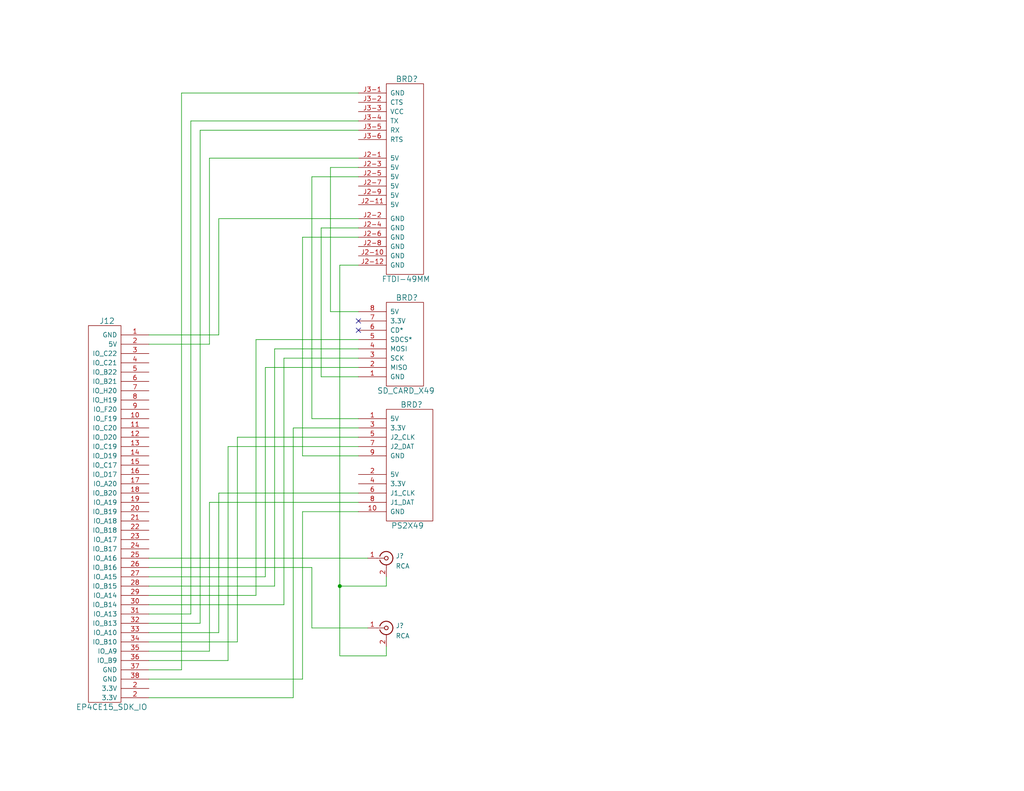
<source format=kicad_sch>
(kicad_sch (version 20211123) (generator eeschema)
  (paper "A")
  (title_block (title "TG68 in a Box") (date "2022-08-26"))
  (lib_symbols
    (symbol "Connector:Conn_Coaxial" (pin_names (offset 1.016) hide)
      (property "Reference" "J" (at 0.254 3.048 0))
      (property "Value" "Conn_Coaxial" (at 2.921 0 90))
      (symbol "Conn_Coaxial_0_1"
        (arc (start -1.778 -0.508) (mid 0.222 -1.808) (end 1.778 0) (stroke (width 0.254)))
        (polyline (pts (xy -2.54 0) (xy -0.508 0)))
        (polyline (pts (xy 0 -2.54) (xy 0 -1.778)))
        (circle (center 0 0) (radius 0.508) (stroke (width 0.2032)))
        (arc (start 1.778 0) (mid 0.2221 1.8083) (end -1.778 0.508) (stroke (width 0.254)))
      )
      (symbol "Conn_Coaxial_1_1"
        (pin passive line (at -5.08 0 0) (length 2.54) (name "In") (number "1"))
        (pin passive line (at 0 -5.08 90) (length 2.54) (name "Ext") (number "2"))
      )
    )
    (symbol "LandBoards_Cards:EP4CE15_SDK_IO" (pin_names (offset 1.016))
      (property "Reference" "BRD" (at 0 53.34 0))
      (property "Value" "EP4CE15_SDK_IO" (at 0 -52.07 0))
      (symbol "EP4CE15_SDK_IO_0_0"
        (rectangle (start -3.81 52.07) (end 5.08 -50.8))
      )
      (symbol "EP4CE15_SDK_IO_1_1"
        (pin power_in line (at -11.43 49.53 0) (length 7.62) (name "GND") (number "1"))
        (pin bidirectional line (at -11.43 26.67 0) (length 7.62) (name "IO_F19") (number "10"))
        (pin bidirectional line (at -11.43 24.13 0) (length 7.62) (name "IO_C20") (number "11"))
        (pin bidirectional line (at -11.43 21.59 0) (length 7.62) (name "IO_D20") (number "12"))
        (pin bidirectional line (at -11.43 19.05 0) (length 7.62) (name "IO_C19") (number "13"))
        (pin bidirectional line (at -11.43 16.51 0) (length 7.62) (name "IO_D19") (number "14"))
        (pin bidirectional line (at -11.43 13.97 0) (length 7.62) (name "IO_C17") (number "15"))
        (pin bidirectional line (at -11.43 11.43 0) (length 7.62) (name "IO_D17") (number "16"))
        (pin bidirectional line (at -11.43 8.89 0) (length 7.62) (name "IO_A20") (number "17"))
        (pin bidirectional line (at -11.43 6.35 0) (length 7.62) (name "IO_B20") (number "18"))
        (pin bidirectional line (at -11.43 3.81 0) (length 7.62) (name "IO_A19") (number "19"))
        (pin power_in line (at -11.43 -49.53 0) (length 7.62) (name "3.3V") (number "2"))
        (pin power_in line (at -11.43 -46.99 0) (length 7.62) (name "3.3V") (number "2"))
        (pin power_in line (at -11.43 46.99 0) (length 7.62) (name "5V") (number "2"))
        (pin bidirectional line (at -11.43 1.27 0) (length 7.62) (name "IO_B19") (number "20"))
        (pin bidirectional line (at -11.43 -1.27 0) (length 7.62) (name "IO_A18") (number "21"))
        (pin bidirectional line (at -11.43 -3.81 0) (length 7.62) (name "IO_B18") (number "22"))
        (pin bidirectional line (at -11.43 -6.35 0) (length 7.62) (name "IO_A17") (number "23"))
        (pin bidirectional line (at -11.43 -8.89 0) (length 7.62) (name "IO_B17") (number "24"))
        (pin bidirectional line (at -11.43 -11.43 0) (length 7.62) (name "IO_A16") (number "25"))
        (pin bidirectional line (at -11.43 -13.97 0) (length 7.62) (name "IO_B16") (number "26"))
        (pin bidirectional line (at -11.43 -16.51 0) (length 7.62) (name "IO_A15") (number "27"))
        (pin bidirectional line (at -11.43 -19.05 0) (length 7.62) (name "IO_B15") (number "28"))
        (pin bidirectional line (at -11.43 -21.59 0) (length 7.62) (name "IO_A14") (number "29"))
        (pin bidirectional line (at -11.43 44.45 0) (length 7.62) (name "IO_C22") (number "3"))
        (pin bidirectional line (at -11.43 -24.13 0) (length 7.62) (name "IO_B14") (number "30"))
        (pin bidirectional line (at -11.43 -26.67 0) (length 7.62) (name "IO_A13") (number "31"))
        (pin bidirectional line (at -11.43 -29.21 0) (length 7.62) (name "IO_B13") (number "32"))
        (pin bidirectional line (at -11.43 -31.75 0) (length 7.62) (name "IO_A10") (number "33"))
        (pin bidirectional line (at -11.43 -34.29 0) (length 7.62) (name "IO_B10") (number "34"))
        (pin bidirectional line (at -11.43 -36.83 0) (length 7.62) (name "IO_A9") (number "35"))
        (pin bidirectional line (at -11.43 -39.37 0) (length 7.62) (name "IO_B9") (number "36"))
        (pin power_in line (at -11.43 -41.91 0) (length 7.62) (name "GND") (number "37"))
        (pin power_in line (at -11.43 -44.45 0) (length 7.62) (name "GND") (number "38"))
        (pin bidirectional line (at -11.43 41.91 0) (length 7.62) (name "IO_C21") (number "4"))
        (pin bidirectional line (at -11.43 39.37 0) (length 7.62) (name "IO_B22") (number "5"))
        (pin bidirectional line (at -11.43 36.83 0) (length 7.62) (name "IO_B21") (number "6"))
        (pin bidirectional line (at -11.43 34.29 0) (length 7.62) (name "IO_H20") (number "7"))
        (pin bidirectional line (at -11.43 31.75 0) (length 7.62) (name "IO_H19") (number "8"))
        (pin bidirectional line (at -11.43 29.21 0) (length 7.62) (name "IO_F20") (number "9"))
      )
    )
    (symbol "LandBoards_Cards:FTDI-49MM" (pin_names (offset 1.016))
      (property "Reference" "BRD" (at 0 26.67 0))
      (property "Value" "FTDI-49MM" (at 0 -27.94 0))
      (symbol "FTDI-49MM_0_0"
        (rectangle (start -5.08 25.4) (end 5.08 -26.67))
      )
      (symbol "FTDI-49MM_1_1"
        (pin output line (at 12.7 5.08 180) (length 7.62) (name "5V") (number "J2-1"))
        (pin output line (at 12.7 -21.59 180) (length 7.62) (name "GND") (number "J2-10"))
        (pin output line (at 12.7 -7.62 180) (length 7.62) (name "5V") (number "J2-11"))
        (pin output line (at 12.7 -24.13 180) (length 7.62) (name "GND") (number "J2-12"))
        (pin output line (at 12.7 -11.43 180) (length 7.62) (name "GND") (number "J2-2"))
        (pin output line (at 12.7 2.54 180) (length 7.62) (name "5V") (number "J2-3"))
        (pin output line (at 12.7 -13.97 180) (length 7.62) (name "GND") (number "J2-4"))
        (pin output line (at 12.7 0 180) (length 7.62) (name "5V") (number "J2-5"))
        (pin output line (at 12.7 -16.51 180) (length 7.62) (name "GND") (number "J2-6"))
        (pin output line (at 12.7 -2.54 180) (length 7.62) (name "5V") (number "J2-7"))
        (pin output line (at 12.7 -19.05 180) (length 7.62) (name "GND") (number "J2-8"))
        (pin output line (at 12.7 -5.08 180) (length 7.62) (name "5V") (number "J2-9"))
        (pin power_out line (at 12.7 22.86 180) (length 7.62) (name "GND") (number "J3-1"))
        (pin input line (at 12.7 20.32 180) (length 7.62) (name "CTS") (number "J3-2"))
        (pin power_out line (at 12.7 17.78 180) (length 7.62) (name "VCC") (number "J3-3"))
        (pin output line (at 12.7 15.24 180) (length 7.62) (name "TX") (number "J3-4"))
        (pin input line (at 12.7 12.7 180) (length 7.62) (name "RX") (number "J3-5"))
        (pin output line (at 12.7 10.16 180) (length 7.62) (name "RTS") (number "J3-6"))
      )
    )
    (symbol "LandBoards_Cards:PS2X49" (pin_names (offset 1.016))
      (property "Reference" "BRD" (at 0 16.51 0))
      (property "Value" "PS2X49" (at 0 -16.51 0))
      (symbol "PS2X49_0_0"
        (rectangle (start -6.35 15.24) (end 6.35 -15.24))
      )
      (symbol "PS2X49_1_1"
        (pin power_in line (at 13.97 12.7 180) (length 7.62) (name "5V") (number "1"))
        (pin power_in line (at 13.97 -12.7 180) (length 7.62) (name "GND") (number "10"))
        (pin power_in line (at 13.97 -2.54 180) (length 7.62) (name "5V") (number "2"))
        (pin power_in line (at 13.97 10.16 180) (length 7.62) (name "3.3V") (number "3"))
        (pin power_in line (at 13.97 -5.08 180) (length 7.62) (name "3.3V") (number "4"))
        (pin input line (at 13.97 7.62 180) (length 7.62) (name "J2_CLK") (number "5"))
        (pin input line (at 13.97 -7.62 180) (length 7.62) (name "J1_CLK") (number "6"))
        (pin input line (at 13.97 5.08 180) (length 7.62) (name "J2_DAT") (number "7"))
        (pin input line (at 13.97 -10.16 180) (length 7.62) (name "J1_DAT") (number "8"))
        (pin power_in line (at 13.97 2.54 180) (length 7.62) (name "GND") (number "9"))
      )
    )
    (symbol "LandBoards_Cards:SD_CARD_X49" (pin_names (offset 1.016))
      (property "Reference" "BRD" (at 0 11.43 0))
      (property "Value" "SD_CARD_X49" (at 0 -13.97 0))
      (symbol "SD_CARD_X49_0_0"
        (rectangle (start -5.08 10.16) (end 5.08 -12.7))
      )
      (symbol "SD_CARD_X49_1_1"
        (pin power_in line (at -12.7 -10.16 0) (length 7.62) (name "GND") (number "1"))
        (pin output line (at -12.7 -7.62 0) (length 7.62) (name "MISO") (number "2"))
        (pin input line (at -12.7 -5.08 0) (length 7.62) (name "SCK") (number "3"))
        (pin input line (at -12.7 -2.54 0) (length 7.62) (name "MOSI") (number "4"))
        (pin input line (at -12.7 0 0) (length 7.62) (name "SDCS*") (number "5"))
        (pin output line (at -12.7 2.54 0) (length 7.62) (name "CD*") (number "6"))
        (pin power_out line (at -12.7 5.08 0) (length 7.62) (name "3.3V") (number "7"))
        (pin power_in line (at -12.7 7.62 0) (length 7.62) (name "5V") (number "8"))
      )
    )
  )
  (junction (at 92.71 160.02))
  (no_connect (at 97.79 90.17))
  (no_connect (at 97.79 87.63))
  (wire (pts (xy 40.64 170.18) (xy 54.61 170.18)))
  (wire (pts (xy 74.93 95.25) (xy 97.79 95.25)))
  (wire (pts (xy 69.85 92.71) (xy 69.85 162.56)))
  (wire (pts (xy 54.61 35.56) (xy 97.79 35.56)))
  (wire (pts (xy 92.71 72.39) (xy 92.71 160.02)))
  (wire (pts (xy 85.09 48.26) (xy 85.09 114.3)))
  (wire (pts (xy 59.69 172.72) (xy 59.69 134.62)))
  (wire (pts (xy 49.53 182.88) (xy 40.64 182.88)))
  (wire (pts (xy 82.55 185.42) (xy 82.55 139.7)))
  (wire (pts (xy 77.47 97.79) (xy 97.79 97.79)))
  (wire (pts (xy 80.01 190.5) (xy 80.01 116.84)))
  (wire (pts (xy 40.64 157.48) (xy 72.39 157.48)))
  (wire (pts (xy 97.79 25.4) (xy 49.53 25.4)))
  (wire (pts (xy 82.55 64.77) (xy 97.79 64.77)))
  (wire (pts (xy 82.55 139.7) (xy 97.79 139.7)))
  (wire (pts (xy 100.33 171.45) (xy 85.09 171.45)))
  (wire (pts (xy 40.64 172.72) (xy 59.69 172.72)))
  (wire (pts (xy 92.71 179.07) (xy 105.41 179.07)))
  (wire (pts (xy 40.64 165.1) (xy 77.47 165.1)))
  (wire (pts (xy 64.77 119.38) (xy 97.79 119.38)))
  (wire (pts (xy 85.09 154.94) (xy 85.09 171.45)))
  (wire (pts (xy 40.64 190.5) (xy 80.01 190.5)))
  (wire (pts (xy 59.69 134.62) (xy 97.79 134.62)))
  (wire (pts (xy 85.09 114.3) (xy 97.79 114.3)))
  (wire (pts (xy 52.07 167.64) (xy 52.07 33.02)))
  (wire (pts (xy 97.79 59.69) (xy 59.69 59.69)))
  (wire (pts (xy 57.15 177.8) (xy 57.15 137.16)))
  (wire (pts (xy 40.64 160.02) (xy 74.93 160.02)))
  (wire (pts (xy 72.39 100.33) (xy 97.79 100.33)))
  (wire (pts (xy 74.93 160.02) (xy 74.93 95.25)))
  (wire (pts (xy 62.23 121.92) (xy 97.79 121.92)))
  (wire (pts (xy 105.41 179.07) (xy 105.41 176.53)))
  (wire (pts (xy 57.15 93.98) (xy 40.64 93.98)))
  (wire (pts (xy 85.09 154.94) (xy 40.64 154.94)))
  (wire (pts (xy 85.09 48.26) (xy 97.79 48.26)))
  (wire (pts (xy 92.71 160.02) (xy 105.41 160.02)))
  (wire (pts (xy 105.41 157.48) (xy 105.41 160.02)))
  (wire (pts (xy 97.79 43.18) (xy 57.15 43.18)))
  (wire (pts (xy 40.64 152.4) (xy 100.33 152.4)))
  (wire (pts (xy 49.53 25.4) (xy 49.53 182.88)))
  (wire (pts (xy 57.15 137.16) (xy 97.79 137.16)))
  (wire (pts (xy 97.79 45.72) (xy 90.17 45.72)))
  (wire (pts (xy 77.47 165.1) (xy 77.47 97.79)))
  (wire (pts (xy 59.69 59.69) (xy 59.69 91.44)))
  (wire (pts (xy 52.07 33.02) (xy 97.79 33.02)))
  (wire (pts (xy 90.17 45.72) (xy 90.17 85.09)))
  (wire (pts (xy 72.39 157.48) (xy 72.39 100.33)))
  (wire (pts (xy 97.79 72.39) (xy 92.71 72.39)))
  (wire (pts (xy 92.71 160.02) (xy 92.71 179.07)))
  (wire (pts (xy 59.69 91.44) (xy 40.64 91.44)))
  (wire (pts (xy 40.64 180.34) (xy 62.23 180.34)))
  (wire (pts (xy 64.77 175.26) (xy 64.77 119.38)))
  (wire (pts (xy 69.85 92.71) (xy 97.79 92.71)))
  (wire (pts (xy 40.64 167.64) (xy 52.07 167.64)))
  (wire (pts (xy 90.17 85.09) (xy 97.79 85.09)))
  (wire (pts (xy 40.64 177.8) (xy 57.15 177.8)))
  (wire (pts (xy 97.79 116.84) (xy 80.01 116.84)))
  (wire (pts (xy 87.63 62.23) (xy 97.79 62.23)))
  (wire (pts (xy 82.55 124.46) (xy 82.55 64.77)))
  (wire (pts (xy 54.61 170.18) (xy 54.61 35.56)))
  (wire (pts (xy 40.64 162.56) (xy 69.85 162.56)))
  (wire (pts (xy 40.64 175.26) (xy 64.77 175.26)))
  (wire (pts (xy 97.79 124.46) (xy 82.55 124.46)))
  (wire (pts (xy 87.63 102.87) (xy 87.63 62.23)))
  (wire (pts (xy 40.64 185.42) (xy 82.55 185.42)))
  (wire (pts (xy 57.15 43.18) (xy 57.15 93.98)))
  (wire (pts (xy 97.79 102.87) (xy 87.63 102.87)))
  (wire (pts (xy 62.23 180.34) (xy 62.23 121.92)))
  (symbol (lib_id "Connector:Conn_Coaxial") (at 105.41 171.45 0) (unit 1)
    (property "Reference" "J?" (at 107.95 170.8347 0) (effects (justify left)))
    (property "Value" "RCA" (at 107.95 173.6098 0) (effects (justify left)))
    (property "Datasheet" " ~" (effects hide))
  )
  (symbol (lib_id "LandBoards_Cards:SD_CARD_X49") (at 110.49 92.71 0) (unit 1)
    (property "Reference" "BRD?" (at 107.95 81.28 0) (effects (font (size 1.524 1.524)) (justify left)))
    (property "Value" "SD_CARD_X49" (at 102.87 106.68 0) (effects (font (size 1.524 1.524)) (justify left)))
  )
  (symbol (lib_id "Connector:Conn_Coaxial") (at 105.41 152.4 0) (unit 1)
    (property "Reference" "J?" (at 107.95 151.7847 0) (effects (justify left)))
    (property "Value" "RCA" (at 107.95 154.5598 0) (effects (justify left)))
    (property "Datasheet" " ~" (effects hide))
  )
  (symbol (lib_id "LandBoards_Cards:FTDI-49MM") (at 110.49 48.26 0) (mirror y) (unit 1)
    (property "Reference" "BRD?" (at 107.95 21.59 0) (effects (font (size 1.524 1.524)) (justify right)))
    (property "Value" "FTDI-49MM" (at 104.14 76.2 0) (effects (font (size 1.524 1.524)) (justify right)))
  )
  (symbol (lib_id "LandBoards_Cards:EP4CE15_SDK_IO") (at 29.21 140.97 0) (mirror y) (unit 1)
    (property "Reference" "J12" (at 29.21 87.63 0) (effects (font (size 1.524 1.524))))
    (property "Value" "EP4CE15_SDK_IO" (at 30.48 193.04 0) (effects (font (size 1.524 1.524))))
  )
  (symbol (lib_id "LandBoards_Cards:PS2X49") (at 111.76 127 0) (mirror y) (unit 1)
    (property "Reference" "BRD?" (at 109.22 110.49 0) (effects (font (size 1.524 1.524)) (justify right)))
    (property "Value" "PS2X49" (at 106.68 143.51 0) (effects (font (size 1.524 1.524)) (justify right)))
  )
)
</source>
